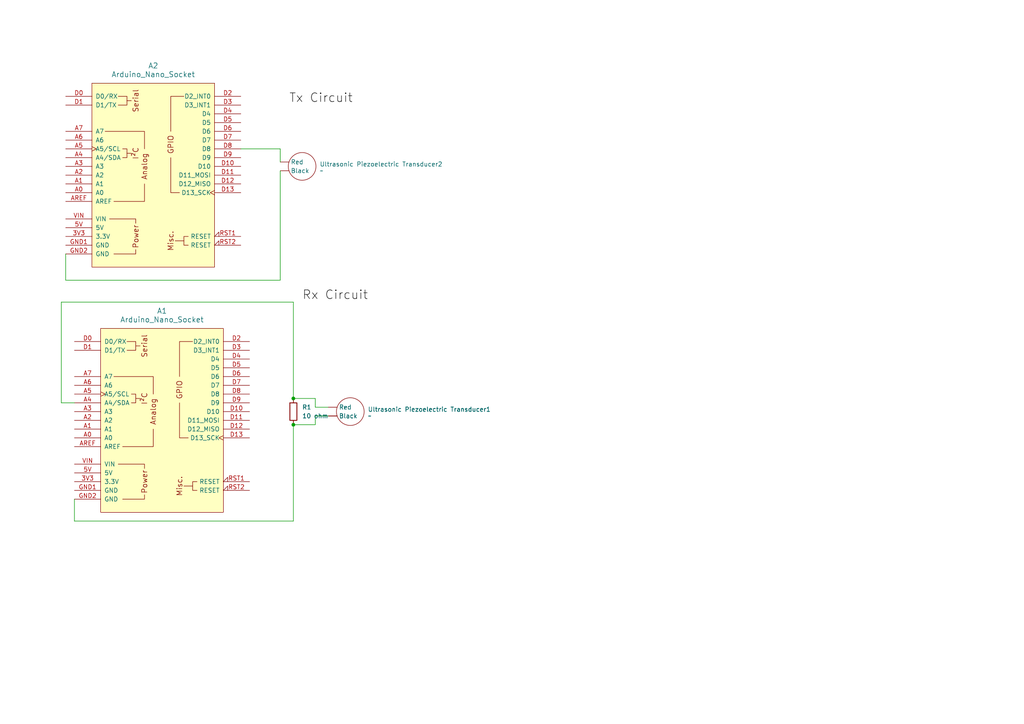
<source format=kicad_sch>
(kicad_sch (version 20231120) (generator "eeschema") (generator_version "8.0")
  (paper "A4")
  (lib_symbols
    (symbol "CapstoneSymbols:Ultrasonic_Piezoelectric_Transducer"
      (property "Reference" "Ultrasonic Piezoelectric Transducer" (at 0 0 0))
      (symbol "Ultrasonic_Piezoelectric_Transducer_1_1"
        (circle (center 0 -5.08) (radius 4.0161))
        (pin input line (at -6.35 -6.35 0) (length 2.54) (name "Black") (number ""))
        (pin input line (at -6.35 -3.81 0) (length 2.54) (name "Red") (number ""))
      )
    )
    (symbol "Device:R" (pin_numbers hide) (pin_names (offset 0))
      (property "Reference" "R1" (at 2.54 1.2701 0))
      (property "Value" "10 ohm" (at 2.54 -1.2699 0))
      (symbol "R_0_1"
        (rectangle (start -1.016 2.54) (end 1.016 -2.54) (stroke (width 0.254)))
      )
      (symbol "R_1_1"
        (pin passive line (at 0 3.81 270) (length 1.27) (name "~") (number "1"))
        (pin passive line (at 0 -3.81 90) (length 1.27) (name "~") (number "2"))
      )
    )
    (symbol "PCM_arduino-library:Arduino_Nano_Socket" (pin_names (offset 1.016))
      (property "Reference" "A" (at 0 33.02 0))
      (property "Value" "Arduino_Nano_Socket" (at 0 29.21 0))
      (symbol "Arduino_Nano_Socket_0_0"
        (rectangle (start -17.78 26.67) (end 17.78 -26.67) (fill (type background)))
        (polyline (pts (xy -7.62 6.35) (xy -6.35 6.35)))
        (polyline (pts (xy -7.62 21.59) (xy -6.35 21.59)))
        (polyline (pts (xy 8.89 -19.05) (xy 6.35 -19.05)))
        (polyline (pts (xy -11.43 -22.86) (xy -5.08 -22.86) (xy -5.08 -21.59)))
        (polyline (pts (xy -5.08 -13.97) (xy -5.08 -12.7) (xy -12.7 -12.7)))
        (polyline (pts (xy -10.16 22.86) (xy -7.62 22.86) (xy -7.62 20.32) (xy -10.16 20.32)))
        (polyline (pts (xy -8.89 7.62) (xy -7.62 7.62) (xy -7.62 5.08) (xy -8.89 5.08)))
        (text "Analog" (at -2.54 2.54 900) (effects (font (size 1.524 1.524))))
        (text "I²C" (at -5.08 6.35 900) (effects (font (size 1.524 1.524))))
        (text "Misc." (at 5.08 -19.05 900) (effects (font (size 1.524 1.524))))
        (text "Power" (at -5.08 -17.78 900) (effects (font (size 1.524 1.524))))
        (text "Serial" (at -5.08 21.59 900) (effects (font (size 1.524 1.524))))
      )
      (symbol "Arduino_Nano_Socket_0_1"
        (polyline (pts (xy -13.97 12.7) (xy -2.54 12.7) (xy -2.54 7.62)))
        (polyline (pts (xy -11.43 -7.62) (xy -2.54 -7.62) (xy -2.54 -2.54)))
        (polyline (pts (xy 7.62 -5.08) (xy 5.08 -5.08) (xy 5.08 5.08)))
        (polyline (pts (xy 8.89 22.86) (xy 5.08 22.86) (xy 5.08 12.7)))
        (polyline (pts (xy 10.16 -17.78) (xy 8.89 -17.78) (xy 8.89 -20.32) (xy 10.16 -20.32)))
      )
      (symbol "Arduino_Nano_Socket_1_0"
        (text "GPIO" (at 5.08 8.89 900) (effects (font (size 1.524 1.524))))
      )
      (symbol "Arduino_Nano_Socket_1_1"
        (pin power_out line (at -25.4 -17.78 0) (length 7.62) (name "3.3V") (number "3V3"))
        (pin power_in line (at -25.4 -15.24 0) (length 7.62) (name "5V") (number "5V"))
        (pin bidirectional line (at -25.4 -5.08 0) (length 7.62) (name "A0") (number "A0"))
        (pin bidirectional line (at -25.4 -2.54 0) (length 7.62) (name "A1") (number "A1"))
        (pin bidirectional line (at -25.4 0 0) (length 7.62) (name "A2") (number "A2"))
        (pin bidirectional line (at -25.4 2.54 0) (length 7.62) (name "A3") (number "A3"))
        (pin bidirectional line (at -25.4 5.08 0) (length 7.62) (name "A4/SDA") (number "A4"))
        (pin bidirectional clock (at -25.4 7.62 0) (length 7.62) (name "A5/SCL") (number "A5"))
        (pin input line (at -25.4 10.16 0) (length 7.62) (name "A6") (number "A6"))
        (pin input line (at -25.4 12.7 0) (length 7.62) (name "A7") (number "A7"))
        (pin input line (at -25.4 -7.62 0) (length 7.62) (name "AREF") (number "AREF"))
        (pin bidirectional line (at -25.4 22.86 0) (length 7.62) (name "D0/RX") (number "D0"))
        (pin bidirectional line (at -25.4 20.32 0) (length 7.62) (name "D1/TX") (number "D1"))
        (pin bidirectional line (at 25.4 2.54 180) (length 7.62) (name "D10") (number "D10"))
        (pin bidirectional line (at 25.4 0 180) (length 7.62) (name "D11_MOSI") (number "D11"))
        (pin bidirectional line (at 25.4 -2.54 180) (length 7.62) (name "D12_MISO") (number "D12"))
        (pin bidirectional clock (at 25.4 -5.08 180) (length 7.62) (name "D13_SCK") (number "D13"))
        (pin bidirectional line (at 25.4 22.86 180) (length 7.62) (name "D2_INT0") (number "D2"))
        (pin bidirectional line (at 25.4 20.32 180) (length 7.62) (name "D3_INT1") (number "D3"))
        (pin bidirectional line (at 25.4 17.78 180) (length 7.62) (name "D4") (number "D4"))
        (pin bidirectional line (at 25.4 15.24 180) (length 7.62) (name "D5") (number "D5"))
        (pin bidirectional line (at 25.4 12.7 180) (length 7.62) (name "D6") (number "D6"))
        (pin bidirectional line (at 25.4 10.16 180) (length 7.62) (name "D7") (number "D7"))
        (pin bidirectional line (at 25.4 7.62 180) (length 7.62) (name "D8") (number "D8"))
        (pin bidirectional line (at 25.4 5.08 180) (length 7.62) (name "D9") (number "D9"))
        (pin power_in line (at -25.4 -20.32 0) (length 7.62) (name "GND") (number "GND1"))
        (pin power_in line (at -25.4 -22.86 0) (length 7.62) (name "GND") (number "GND2"))
        (pin open_collector input_low (at 25.4 -17.78 180) (length 7.62) (name "RESET") (number "RST1"))
        (pin open_collector input_low (at 25.4 -20.32 180) (length 7.62) (name "RESET") (number "RST2"))
        (pin power_in line (at -25.4 -12.7 0) (length 7.62) (name "VIN") (number "VIN"))
      )
    )
  )
  (junction (at 85.09 123.19))
  (junction (at 85.09 115.57))
  (wire (pts (xy 95.25 118.11) (xy 91.44 118.11)))
  (wire (pts (xy 69.85 43.18) (xy 81.28 43.18)))
  (wire (pts (xy 19.05 81.28) (xy 19.05 73.66)))
  (wire (pts (xy 17.78 116.84) (xy 21.59 116.84)))
  (wire (pts (xy 91.44 118.11) (xy 91.44 115.57)))
  (wire (pts (xy 95.25 120.65) (xy 91.44 120.65)))
  (wire (pts (xy 85.09 123.19) (xy 85.09 151.13)))
  (wire (pts (xy 91.44 123.19) (xy 85.09 123.19)))
  (wire (pts (xy 81.28 43.18) (xy 81.28 46.99)))
  (wire (pts (xy 21.59 151.13) (xy 21.59 144.78)))
  (wire (pts (xy 17.78 87.63) (xy 17.78 116.84)))
  (wire (pts (xy 91.44 115.57) (xy 85.09 115.57)))
  (wire (pts (xy 81.28 81.28) (xy 81.28 49.53)))
  (wire (pts (xy 91.44 120.65) (xy 91.44 123.19)))
  (wire (pts (xy 85.09 87.63) (xy 17.78 87.63)))
  (wire (pts (xy 19.05 81.28) (xy 81.28 81.28)))
  (wire (pts (xy 85.09 151.13) (xy 21.59 151.13)))
  (wire (pts (xy 85.09 115.57) (xy 85.09 87.63)))
  (label "Tx Circuit" (at 83.82 30.48 0) (effects (font (size 2.54 2.54))))
  (label "Rx Circuit" (at 87.63 87.63 0) (effects (font (size 2.54 2.54))))
  (symbol (lib_name "CapstoneSymbols:Ultrasonic_Piezoelectric_Transducer") (lib_id "CapstoneSymbols:Ultrasonic_Piezoelectric_Transducer") (at 101.6 114.3 0) (unit 1)
    (property "Reference" "Ultrasonic Piezoelectric Transducer1" (at 106.68 118.7449 0) (effects (justify left)))
    (property "Value" "~" (at 106.68 120.65 0) (effects (justify left)))
  )
  (symbol (lib_id "PCM_arduino-library:Arduino_Nano_Socket") (at 46.99 121.92 0) (unit 1)
    (property "Reference" "A1" (at 46.99 90.17 0) (effects (font (size 1.524 1.524))))
    (property "Value" "Arduino_Nano_Socket" (at 46.99 92.71 0) (effects (font (size 1.524 1.524))))
    (property "Footprint" "PCM_arduino-library:Arduino_Nano_Socket" (effects (hide yes)))
    (property "Datasheet" "https://docs.arduino.cc/hardware/nano" (effects (hide yes)))
    (property "Description" "Socket for Arduino Nano" (effects (hide yes)))
  )
  (symbol (lib_id "PCM_arduino-library:Arduino_Nano_Socket") (at 44.45 50.8 0) (unit 1)
    (property "Reference" "A2" (at 44.45 19.05 0) (effects (font (size 1.524 1.524))))
    (property "Value" "Arduino_Nano_Socket" (at 44.45 21.59 0) (effects (font (size 1.524 1.524))))
    (property "Footprint" "PCM_arduino-library:Arduino_Nano_Socket" (effects (hide yes)))
    (property "Datasheet" "https://docs.arduino.cc/hardware/nano" (effects (hide yes)))
    (property "Description" "Socket for Arduino Nano" (effects (hide yes)))
  )
  (symbol (lib_name "CapstoneSymbols:Ultrasonic_Piezoelectric_Transducer") (lib_id "CapstoneSymbols:Ultrasonic_Piezoelectric_Transducer") (at 87.63 43.18 0) (unit 1)
    (property "Reference" "Ultrasonic Piezoelectric Transducer2" (at 92.71 47.6249 0) (effects (justify left)))
    (property "Value" "~" (at 92.71 49.53 0) (effects (justify left)))
  )
  (symbol (lib_id "Device:R") (at 85.09 119.38 0) (unit 1)
    (property "Reference" "R1" (at 87.63 118.1099 0) (effects (justify left)))
    (property "Value" "10 ohm" (at 87.63 120.6499 0) (effects (justify left)))
    (property "Description" "Resistor" (effects (hide yes)))
  )
)
</source>
